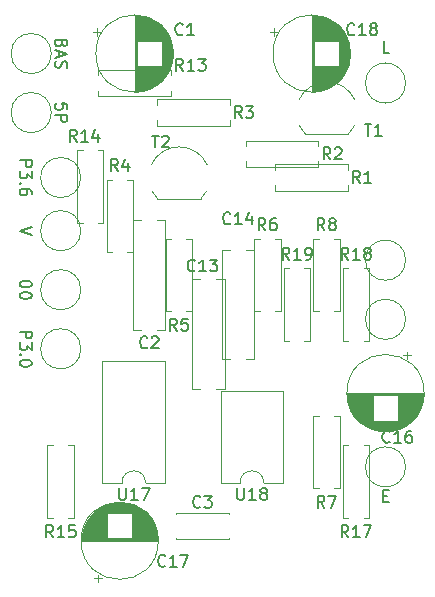
<source format=gbr>
%TF.GenerationSoftware,KiCad,Pcbnew,5.1.10*%
%TF.CreationDate,2021-12-12T21:50:47+01:00*%
%TF.ProjectId,Magnetbandinterface_4k-System,4d61676e-6574-4626-916e-64696e746572,rev?*%
%TF.SameCoordinates,Original*%
%TF.FileFunction,Legend,Top*%
%TF.FilePolarity,Positive*%
%FSLAX46Y46*%
G04 Gerber Fmt 4.6, Leading zero omitted, Abs format (unit mm)*
G04 Created by KiCad (PCBNEW 5.1.10) date 2021-12-12 21:50:47*
%MOMM*%
%LPD*%
G01*
G04 APERTURE LIST*
%ADD10C,0.150000*%
%ADD11C,0.120000*%
G04 APERTURE END LIST*
D10*
X101047619Y-124547619D02*
X102047619Y-124547619D01*
X102047619Y-124928571D01*
X102000000Y-125023809D01*
X101952380Y-125071428D01*
X101857142Y-125119047D01*
X101714285Y-125119047D01*
X101619047Y-125071428D01*
X101571428Y-125023809D01*
X101523809Y-124928571D01*
X101523809Y-124547619D01*
X102047619Y-125452380D02*
X102047619Y-126071428D01*
X101666666Y-125738095D01*
X101666666Y-125880952D01*
X101619047Y-125976190D01*
X101571428Y-126023809D01*
X101476190Y-126071428D01*
X101238095Y-126071428D01*
X101142857Y-126023809D01*
X101095238Y-125976190D01*
X101047619Y-125880952D01*
X101047619Y-125595238D01*
X101095238Y-125500000D01*
X101142857Y-125452380D01*
X101142857Y-126500000D02*
X101095238Y-126547619D01*
X101047619Y-126500000D01*
X101095238Y-126452380D01*
X101142857Y-126500000D01*
X101047619Y-126500000D01*
X102047619Y-127166666D02*
X102047619Y-127261904D01*
X102000000Y-127357142D01*
X101952380Y-127404761D01*
X101857142Y-127452380D01*
X101666666Y-127500000D01*
X101428571Y-127500000D01*
X101238095Y-127452380D01*
X101142857Y-127404761D01*
X101095238Y-127357142D01*
X101047619Y-127261904D01*
X101047619Y-127166666D01*
X101095238Y-127071428D01*
X101142857Y-127023809D01*
X101238095Y-126976190D01*
X101428571Y-126928571D01*
X101666666Y-126928571D01*
X101857142Y-126976190D01*
X101952380Y-127023809D01*
X102000000Y-127071428D01*
X102047619Y-127166666D01*
X102047619Y-120476190D02*
X102047619Y-120571428D01*
X102000000Y-120666666D01*
X101952380Y-120714285D01*
X101857142Y-120761904D01*
X101666666Y-120809523D01*
X101428571Y-120809523D01*
X101238095Y-120761904D01*
X101142857Y-120714285D01*
X101095238Y-120666666D01*
X101047619Y-120571428D01*
X101047619Y-120476190D01*
X101095238Y-120380952D01*
X101142857Y-120333333D01*
X101238095Y-120285714D01*
X101428571Y-120238095D01*
X101666666Y-120238095D01*
X101857142Y-120285714D01*
X101952380Y-120333333D01*
X102000000Y-120380952D01*
X102047619Y-120476190D01*
X102047619Y-121428571D02*
X102047619Y-121523809D01*
X102000000Y-121619047D01*
X101952380Y-121666666D01*
X101857142Y-121714285D01*
X101666666Y-121761904D01*
X101428571Y-121761904D01*
X101238095Y-121714285D01*
X101142857Y-121666666D01*
X101095238Y-121619047D01*
X101047619Y-121523809D01*
X101047619Y-121428571D01*
X101095238Y-121333333D01*
X101142857Y-121285714D01*
X101238095Y-121238095D01*
X101428571Y-121190476D01*
X101666666Y-121190476D01*
X101857142Y-121238095D01*
X101952380Y-121285714D01*
X102000000Y-121333333D01*
X102047619Y-121428571D01*
X102047619Y-115666666D02*
X101047619Y-116000000D01*
X102047619Y-116333333D01*
X101047619Y-110047619D02*
X102047619Y-110047619D01*
X102047619Y-110428571D01*
X102000000Y-110523809D01*
X101952380Y-110571428D01*
X101857142Y-110619047D01*
X101714285Y-110619047D01*
X101619047Y-110571428D01*
X101571428Y-110523809D01*
X101523809Y-110428571D01*
X101523809Y-110047619D01*
X102047619Y-110952380D02*
X102047619Y-111571428D01*
X101666666Y-111238095D01*
X101666666Y-111380952D01*
X101619047Y-111476190D01*
X101571428Y-111523809D01*
X101476190Y-111571428D01*
X101238095Y-111571428D01*
X101142857Y-111523809D01*
X101095238Y-111476190D01*
X101047619Y-111380952D01*
X101047619Y-111095238D01*
X101095238Y-111000000D01*
X101142857Y-110952380D01*
X101142857Y-112000000D02*
X101095238Y-112047619D01*
X101047619Y-112000000D01*
X101095238Y-111952380D01*
X101142857Y-112000000D01*
X101047619Y-112000000D01*
X102047619Y-112904761D02*
X102047619Y-112714285D01*
X102000000Y-112619047D01*
X101952380Y-112571428D01*
X101809523Y-112476190D01*
X101619047Y-112428571D01*
X101238095Y-112428571D01*
X101142857Y-112476190D01*
X101095238Y-112523809D01*
X101047619Y-112619047D01*
X101047619Y-112809523D01*
X101095238Y-112904761D01*
X101142857Y-112952380D01*
X101238095Y-113000000D01*
X101476190Y-113000000D01*
X101571428Y-112952380D01*
X101619047Y-112904761D01*
X101666666Y-112809523D01*
X101666666Y-112619047D01*
X101619047Y-112523809D01*
X101571428Y-112476190D01*
X101476190Y-112428571D01*
X105047619Y-105738095D02*
X105047619Y-105261904D01*
X104571428Y-105214285D01*
X104619047Y-105261904D01*
X104666666Y-105357142D01*
X104666666Y-105595238D01*
X104619047Y-105690476D01*
X104571428Y-105738095D01*
X104476190Y-105785714D01*
X104238095Y-105785714D01*
X104142857Y-105738095D01*
X104095238Y-105690476D01*
X104047619Y-105595238D01*
X104047619Y-105357142D01*
X104095238Y-105261904D01*
X104142857Y-105214285D01*
X104047619Y-106214285D02*
X105047619Y-106214285D01*
X105047619Y-106595238D01*
X105000000Y-106690476D01*
X104952380Y-106738095D01*
X104857142Y-106785714D01*
X104714285Y-106785714D01*
X104619047Y-106738095D01*
X104571428Y-106690476D01*
X104523809Y-106595238D01*
X104523809Y-106214285D01*
X104571428Y-100166666D02*
X104523809Y-100309523D01*
X104476190Y-100357142D01*
X104380952Y-100404761D01*
X104238095Y-100404761D01*
X104142857Y-100357142D01*
X104095238Y-100309523D01*
X104047619Y-100214285D01*
X104047619Y-99833333D01*
X105047619Y-99833333D01*
X105047619Y-100166666D01*
X105000000Y-100261904D01*
X104952380Y-100309523D01*
X104857142Y-100357142D01*
X104761904Y-100357142D01*
X104666666Y-100309523D01*
X104619047Y-100261904D01*
X104571428Y-100166666D01*
X104571428Y-99833333D01*
X104333333Y-100785714D02*
X104333333Y-101261904D01*
X104047619Y-100690476D02*
X105047619Y-101023809D01*
X104047619Y-101357142D01*
X104095238Y-101642857D02*
X104047619Y-101785714D01*
X104047619Y-102023809D01*
X104095238Y-102119047D01*
X104142857Y-102166666D01*
X104238095Y-102214285D01*
X104333333Y-102214285D01*
X104428571Y-102166666D01*
X104476190Y-102119047D01*
X104523809Y-102023809D01*
X104571428Y-101833333D01*
X104619047Y-101738095D01*
X104666666Y-101690476D01*
X104761904Y-101642857D01*
X104857142Y-101642857D01*
X104952380Y-101690476D01*
X105000000Y-101738095D01*
X105047619Y-101833333D01*
X105047619Y-102071428D01*
X105000000Y-102214285D01*
X131785714Y-138428571D02*
X132119047Y-138428571D01*
X132261904Y-138952380D02*
X131785714Y-138952380D01*
X131785714Y-137952380D01*
X132261904Y-137952380D01*
X132309523Y-100952380D02*
X131833333Y-100952380D01*
X131833333Y-99952380D01*
D11*
%TO.C,C14*%
X120165000Y-117630000D02*
X120870000Y-117630000D01*
X118130000Y-117630000D02*
X118835000Y-117630000D01*
X120165000Y-126870000D02*
X120870000Y-126870000D01*
X118130000Y-126870000D02*
X118835000Y-126870000D01*
X120870000Y-126870000D02*
X120870000Y-117630000D01*
X118130000Y-126870000D02*
X118130000Y-117630000D01*
%TO.C,C13*%
X116335000Y-129370000D02*
X115630000Y-129370000D01*
X118370000Y-129370000D02*
X117665000Y-129370000D01*
X116335000Y-120130000D02*
X115630000Y-120130000D01*
X118370000Y-120130000D02*
X117665000Y-120130000D01*
X115630000Y-120130000D02*
X115630000Y-129370000D01*
X118370000Y-120130000D02*
X118370000Y-129370000D01*
%TO.C,C2*%
X111335000Y-124370000D02*
X110630000Y-124370000D01*
X113370000Y-124370000D02*
X112665000Y-124370000D01*
X111335000Y-115130000D02*
X110630000Y-115130000D01*
X113370000Y-115130000D02*
X112665000Y-115130000D01*
X110630000Y-115130000D02*
X110630000Y-124370000D01*
X113370000Y-115130000D02*
X113370000Y-124370000D01*
%TO.C,TP10*%
X133700000Y-103500000D02*
G75*
G03*
X133700000Y-103500000I-1700000J0D01*
G01*
%TO.C,TP9*%
X103700000Y-106000000D02*
G75*
G03*
X103700000Y-106000000I-1700000J0D01*
G01*
%TO.C,TP8*%
X106200000Y-116000000D02*
G75*
G03*
X106200000Y-116000000I-1700000J0D01*
G01*
%TO.C,TP7*%
X103700000Y-101000000D02*
G75*
G03*
X103700000Y-101000000I-1700000J0D01*
G01*
%TO.C,TP6*%
X106200000Y-121000000D02*
G75*
G03*
X106200000Y-121000000I-1700000J0D01*
G01*
%TO.C,TP5*%
X106200000Y-126000000D02*
G75*
G03*
X106200000Y-126000000I-1700000J0D01*
G01*
%TO.C,TP4*%
X106200000Y-111500000D02*
G75*
G03*
X106200000Y-111500000I-1700000J0D01*
G01*
%TO.C,TP3*%
X133700000Y-118500000D02*
G75*
G03*
X133700000Y-118500000I-1700000J0D01*
G01*
%TO.C,TP2*%
X133700000Y-123500000D02*
G75*
G03*
X133700000Y-123500000I-1700000J0D01*
G01*
%TO.C,TP1*%
X133700000Y-136000000D02*
G75*
G03*
X133700000Y-136000000I-1700000J0D01*
G01*
%TO.C,R19*%
X125140000Y-119180000D02*
X125620000Y-119180000D01*
X125620000Y-119180000D02*
X125620000Y-125320000D01*
X125620000Y-125320000D02*
X125140000Y-125320000D01*
X123860000Y-119180000D02*
X123380000Y-119180000D01*
X123380000Y-119180000D02*
X123380000Y-125320000D01*
X123380000Y-125320000D02*
X123860000Y-125320000D01*
%TO.C,R18*%
X128860000Y-125320000D02*
X128380000Y-125320000D01*
X128380000Y-125320000D02*
X128380000Y-119180000D01*
X128380000Y-119180000D02*
X128860000Y-119180000D01*
X130140000Y-125320000D02*
X130620000Y-125320000D01*
X130620000Y-125320000D02*
X130620000Y-119180000D01*
X130620000Y-119180000D02*
X130140000Y-119180000D01*
%TO.C,R17*%
X128860000Y-140320000D02*
X128380000Y-140320000D01*
X128380000Y-140320000D02*
X128380000Y-134180000D01*
X128380000Y-134180000D02*
X128860000Y-134180000D01*
X130140000Y-140320000D02*
X130620000Y-140320000D01*
X130620000Y-140320000D02*
X130620000Y-134180000D01*
X130620000Y-134180000D02*
X130140000Y-134180000D01*
%TO.C,R15*%
X103860000Y-140320000D02*
X103380000Y-140320000D01*
X103380000Y-140320000D02*
X103380000Y-134180000D01*
X103380000Y-134180000D02*
X103860000Y-134180000D01*
X105140000Y-140320000D02*
X105620000Y-140320000D01*
X105620000Y-140320000D02*
X105620000Y-134180000D01*
X105620000Y-134180000D02*
X105140000Y-134180000D01*
%TO.C,R14*%
X106360000Y-115320000D02*
X105880000Y-115320000D01*
X105880000Y-115320000D02*
X105880000Y-109180000D01*
X105880000Y-109180000D02*
X106360000Y-109180000D01*
X107640000Y-115320000D02*
X108120000Y-115320000D01*
X108120000Y-115320000D02*
X108120000Y-109180000D01*
X108120000Y-109180000D02*
X107640000Y-109180000D01*
%TO.C,R13*%
X107680000Y-102860000D02*
X107680000Y-102380000D01*
X107680000Y-102380000D02*
X113820000Y-102380000D01*
X113820000Y-102380000D02*
X113820000Y-102860000D01*
X107680000Y-104140000D02*
X107680000Y-104620000D01*
X107680000Y-104620000D02*
X113820000Y-104620000D01*
X113820000Y-104620000D02*
X113820000Y-104140000D01*
%TO.C,R8*%
X126360000Y-122820000D02*
X125880000Y-122820000D01*
X125880000Y-122820000D02*
X125880000Y-116680000D01*
X125880000Y-116680000D02*
X126360000Y-116680000D01*
X127640000Y-122820000D02*
X128120000Y-122820000D01*
X128120000Y-122820000D02*
X128120000Y-116680000D01*
X128120000Y-116680000D02*
X127640000Y-116680000D01*
%TO.C,R7*%
X126360000Y-137820000D02*
X125880000Y-137820000D01*
X125880000Y-137820000D02*
X125880000Y-131680000D01*
X125880000Y-131680000D02*
X126360000Y-131680000D01*
X127640000Y-137820000D02*
X128120000Y-137820000D01*
X128120000Y-137820000D02*
X128120000Y-131680000D01*
X128120000Y-131680000D02*
X127640000Y-131680000D01*
%TO.C,R6*%
X121360000Y-122820000D02*
X120880000Y-122820000D01*
X120880000Y-122820000D02*
X120880000Y-116680000D01*
X120880000Y-116680000D02*
X121360000Y-116680000D01*
X122640000Y-122820000D02*
X123120000Y-122820000D01*
X123120000Y-122820000D02*
X123120000Y-116680000D01*
X123120000Y-116680000D02*
X122640000Y-116680000D01*
%TO.C,R5*%
X115140000Y-116680000D02*
X115620000Y-116680000D01*
X115620000Y-116680000D02*
X115620000Y-122820000D01*
X115620000Y-122820000D02*
X115140000Y-122820000D01*
X113860000Y-116680000D02*
X113380000Y-116680000D01*
X113380000Y-116680000D02*
X113380000Y-122820000D01*
X113380000Y-122820000D02*
X113860000Y-122820000D01*
%TO.C,R4*%
X110140000Y-111680000D02*
X110620000Y-111680000D01*
X110620000Y-111680000D02*
X110620000Y-117820000D01*
X110620000Y-117820000D02*
X110140000Y-117820000D01*
X108860000Y-111680000D02*
X108380000Y-111680000D01*
X108380000Y-111680000D02*
X108380000Y-117820000D01*
X108380000Y-117820000D02*
X108860000Y-117820000D01*
%TO.C,R3*%
X118820000Y-106640000D02*
X118820000Y-107120000D01*
X118820000Y-107120000D02*
X112680000Y-107120000D01*
X112680000Y-107120000D02*
X112680000Y-106640000D01*
X118820000Y-105360000D02*
X118820000Y-104880000D01*
X118820000Y-104880000D02*
X112680000Y-104880000D01*
X112680000Y-104880000D02*
X112680000Y-105360000D01*
%TO.C,R2*%
X126320000Y-110140000D02*
X126320000Y-110620000D01*
X126320000Y-110620000D02*
X120180000Y-110620000D01*
X120180000Y-110620000D02*
X120180000Y-110140000D01*
X126320000Y-108860000D02*
X126320000Y-108380000D01*
X126320000Y-108380000D02*
X120180000Y-108380000D01*
X120180000Y-108380000D02*
X120180000Y-108860000D01*
%TO.C,R1*%
X128820000Y-112140000D02*
X128820000Y-112620000D01*
X128820000Y-112620000D02*
X122680000Y-112620000D01*
X122680000Y-112620000D02*
X122680000Y-112140000D01*
X128820000Y-110860000D02*
X128820000Y-110380000D01*
X128820000Y-110380000D02*
X122680000Y-110380000D01*
X122680000Y-110380000D02*
X122680000Y-110860000D01*
%TO.C,T2*%
X112740000Y-113350000D02*
X116340000Y-113350000D01*
X116864184Y-112622795D02*
G75*
G02*
X116340000Y-113350000I-2324184J1122795D01*
G01*
X116896400Y-110401193D02*
G75*
G03*
X114540000Y-108900000I-2356400J-1098807D01*
G01*
X112183600Y-110401193D02*
G75*
G02*
X114540000Y-108900000I2356400J-1098807D01*
G01*
X112215816Y-112622795D02*
G75*
G03*
X112740000Y-113350000I2324184J1122795D01*
G01*
%TO.C,T1*%
X125240000Y-107850000D02*
X128840000Y-107850000D01*
X129364184Y-107122795D02*
G75*
G02*
X128840000Y-107850000I-2324184J1122795D01*
G01*
X129396400Y-104901193D02*
G75*
G03*
X127040000Y-103400000I-2356400J-1098807D01*
G01*
X124683600Y-104901193D02*
G75*
G02*
X127040000Y-103400000I2356400J-1098807D01*
G01*
X124715816Y-107122795D02*
G75*
G03*
X125240000Y-107850000I2324184J1122795D01*
G01*
%TO.C,U18*%
X118040000Y-137330000D02*
X119690000Y-137330000D01*
X118040000Y-129590000D02*
X118040000Y-137330000D01*
X123340000Y-129590000D02*
X118040000Y-129590000D01*
X123340000Y-137330000D02*
X123340000Y-129590000D01*
X121690000Y-137330000D02*
X123340000Y-137330000D01*
X119690000Y-137330000D02*
G75*
G02*
X121690000Y-137330000I1000000J0D01*
G01*
%TO.C,U17*%
X108040000Y-137330000D02*
X109690000Y-137330000D01*
X108040000Y-127050000D02*
X108040000Y-137330000D01*
X113340000Y-127050000D02*
X108040000Y-127050000D01*
X113340000Y-137330000D02*
X113340000Y-127050000D01*
X111690000Y-137330000D02*
X113340000Y-137330000D01*
X109690000Y-137330000D02*
G75*
G02*
X111690000Y-137330000I1000000J0D01*
G01*
%TO.C,C18*%
X122564759Y-98846000D02*
X122564759Y-99476000D01*
X122249759Y-99161000D02*
X122879759Y-99161000D01*
X128991000Y-100598000D02*
X128991000Y-101402000D01*
X128951000Y-100367000D02*
X128951000Y-101633000D01*
X128911000Y-100198000D02*
X128911000Y-101802000D01*
X128871000Y-100060000D02*
X128871000Y-101940000D01*
X128831000Y-99941000D02*
X128831000Y-102059000D01*
X128791000Y-99835000D02*
X128791000Y-102165000D01*
X128751000Y-99738000D02*
X128751000Y-102262000D01*
X128711000Y-99650000D02*
X128711000Y-102350000D01*
X128671000Y-99568000D02*
X128671000Y-102432000D01*
X128631000Y-99491000D02*
X128631000Y-102509000D01*
X128591000Y-99419000D02*
X128591000Y-102581000D01*
X128551000Y-99350000D02*
X128551000Y-102650000D01*
X128511000Y-99286000D02*
X128511000Y-102714000D01*
X128471000Y-99224000D02*
X128471000Y-102776000D01*
X128431000Y-99166000D02*
X128431000Y-102834000D01*
X128391000Y-99110000D02*
X128391000Y-102890000D01*
X128351000Y-99056000D02*
X128351000Y-102944000D01*
X128311000Y-99005000D02*
X128311000Y-102995000D01*
X128271000Y-98956000D02*
X128271000Y-103044000D01*
X128231000Y-98908000D02*
X128231000Y-103092000D01*
X128191000Y-98863000D02*
X128191000Y-103137000D01*
X128151000Y-98818000D02*
X128151000Y-103182000D01*
X128111000Y-98776000D02*
X128111000Y-103224000D01*
X128071000Y-98735000D02*
X128071000Y-103265000D01*
X128031000Y-102040000D02*
X128031000Y-103305000D01*
X128031000Y-98695000D02*
X128031000Y-99960000D01*
X127991000Y-102040000D02*
X127991000Y-103343000D01*
X127991000Y-98657000D02*
X127991000Y-99960000D01*
X127951000Y-102040000D02*
X127951000Y-103380000D01*
X127951000Y-98620000D02*
X127951000Y-99960000D01*
X127911000Y-102040000D02*
X127911000Y-103416000D01*
X127911000Y-98584000D02*
X127911000Y-99960000D01*
X127871000Y-102040000D02*
X127871000Y-103450000D01*
X127871000Y-98550000D02*
X127871000Y-99960000D01*
X127831000Y-102040000D02*
X127831000Y-103484000D01*
X127831000Y-98516000D02*
X127831000Y-99960000D01*
X127791000Y-102040000D02*
X127791000Y-103516000D01*
X127791000Y-98484000D02*
X127791000Y-99960000D01*
X127751000Y-102040000D02*
X127751000Y-103548000D01*
X127751000Y-98452000D02*
X127751000Y-99960000D01*
X127711000Y-102040000D02*
X127711000Y-103578000D01*
X127711000Y-98422000D02*
X127711000Y-99960000D01*
X127671000Y-102040000D02*
X127671000Y-103607000D01*
X127671000Y-98393000D02*
X127671000Y-99960000D01*
X127631000Y-102040000D02*
X127631000Y-103636000D01*
X127631000Y-98364000D02*
X127631000Y-99960000D01*
X127591000Y-102040000D02*
X127591000Y-103664000D01*
X127591000Y-98336000D02*
X127591000Y-99960000D01*
X127551000Y-102040000D02*
X127551000Y-103690000D01*
X127551000Y-98310000D02*
X127551000Y-99960000D01*
X127511000Y-102040000D02*
X127511000Y-103716000D01*
X127511000Y-98284000D02*
X127511000Y-99960000D01*
X127471000Y-102040000D02*
X127471000Y-103742000D01*
X127471000Y-98258000D02*
X127471000Y-99960000D01*
X127431000Y-102040000D02*
X127431000Y-103766000D01*
X127431000Y-98234000D02*
X127431000Y-99960000D01*
X127391000Y-102040000D02*
X127391000Y-103790000D01*
X127391000Y-98210000D02*
X127391000Y-99960000D01*
X127351000Y-102040000D02*
X127351000Y-103812000D01*
X127351000Y-98188000D02*
X127351000Y-99960000D01*
X127311000Y-102040000D02*
X127311000Y-103834000D01*
X127311000Y-98166000D02*
X127311000Y-99960000D01*
X127271000Y-102040000D02*
X127271000Y-103856000D01*
X127271000Y-98144000D02*
X127271000Y-99960000D01*
X127231000Y-102040000D02*
X127231000Y-103876000D01*
X127231000Y-98124000D02*
X127231000Y-99960000D01*
X127191000Y-102040000D02*
X127191000Y-103896000D01*
X127191000Y-98104000D02*
X127191000Y-99960000D01*
X127151000Y-102040000D02*
X127151000Y-103916000D01*
X127151000Y-98084000D02*
X127151000Y-99960000D01*
X127111000Y-102040000D02*
X127111000Y-103934000D01*
X127111000Y-98066000D02*
X127111000Y-99960000D01*
X127071000Y-102040000D02*
X127071000Y-103952000D01*
X127071000Y-98048000D02*
X127071000Y-99960000D01*
X127031000Y-102040000D02*
X127031000Y-103970000D01*
X127031000Y-98030000D02*
X127031000Y-99960000D01*
X126991000Y-102040000D02*
X126991000Y-103986000D01*
X126991000Y-98014000D02*
X126991000Y-99960000D01*
X126951000Y-102040000D02*
X126951000Y-104002000D01*
X126951000Y-97998000D02*
X126951000Y-99960000D01*
X126911000Y-102040000D02*
X126911000Y-104018000D01*
X126911000Y-97982000D02*
X126911000Y-99960000D01*
X126871000Y-102040000D02*
X126871000Y-104033000D01*
X126871000Y-97967000D02*
X126871000Y-99960000D01*
X126831000Y-102040000D02*
X126831000Y-104047000D01*
X126831000Y-97953000D02*
X126831000Y-99960000D01*
X126791000Y-102040000D02*
X126791000Y-104061000D01*
X126791000Y-97939000D02*
X126791000Y-99960000D01*
X126751000Y-102040000D02*
X126751000Y-104074000D01*
X126751000Y-97926000D02*
X126751000Y-99960000D01*
X126711000Y-102040000D02*
X126711000Y-104086000D01*
X126711000Y-97914000D02*
X126711000Y-99960000D01*
X126671000Y-102040000D02*
X126671000Y-104098000D01*
X126671000Y-97902000D02*
X126671000Y-99960000D01*
X126631000Y-102040000D02*
X126631000Y-104110000D01*
X126631000Y-97890000D02*
X126631000Y-99960000D01*
X126591000Y-102040000D02*
X126591000Y-104121000D01*
X126591000Y-97879000D02*
X126591000Y-99960000D01*
X126551000Y-102040000D02*
X126551000Y-104131000D01*
X126551000Y-97869000D02*
X126551000Y-99960000D01*
X126511000Y-102040000D02*
X126511000Y-104141000D01*
X126511000Y-97859000D02*
X126511000Y-99960000D01*
X126471000Y-102040000D02*
X126471000Y-104150000D01*
X126471000Y-97850000D02*
X126471000Y-99960000D01*
X126430000Y-102040000D02*
X126430000Y-104159000D01*
X126430000Y-97841000D02*
X126430000Y-99960000D01*
X126390000Y-102040000D02*
X126390000Y-104167000D01*
X126390000Y-97833000D02*
X126390000Y-99960000D01*
X126350000Y-102040000D02*
X126350000Y-104175000D01*
X126350000Y-97825000D02*
X126350000Y-99960000D01*
X126310000Y-102040000D02*
X126310000Y-104182000D01*
X126310000Y-97818000D02*
X126310000Y-99960000D01*
X126270000Y-102040000D02*
X126270000Y-104189000D01*
X126270000Y-97811000D02*
X126270000Y-99960000D01*
X126230000Y-102040000D02*
X126230000Y-104195000D01*
X126230000Y-97805000D02*
X126230000Y-99960000D01*
X126190000Y-102040000D02*
X126190000Y-104201000D01*
X126190000Y-97799000D02*
X126190000Y-99960000D01*
X126150000Y-102040000D02*
X126150000Y-104206000D01*
X126150000Y-97794000D02*
X126150000Y-99960000D01*
X126110000Y-102040000D02*
X126110000Y-104211000D01*
X126110000Y-97789000D02*
X126110000Y-99960000D01*
X126070000Y-102040000D02*
X126070000Y-104215000D01*
X126070000Y-97785000D02*
X126070000Y-99960000D01*
X126030000Y-102040000D02*
X126030000Y-104218000D01*
X126030000Y-97782000D02*
X126030000Y-99960000D01*
X125990000Y-102040000D02*
X125990000Y-104222000D01*
X125990000Y-97778000D02*
X125990000Y-99960000D01*
X125950000Y-97776000D02*
X125950000Y-104224000D01*
X125910000Y-97773000D02*
X125910000Y-104227000D01*
X125870000Y-97772000D02*
X125870000Y-104228000D01*
X125830000Y-97770000D02*
X125830000Y-104230000D01*
X125790000Y-97770000D02*
X125790000Y-104230000D01*
X125750000Y-97770000D02*
X125750000Y-104230000D01*
X129020000Y-101000000D02*
G75*
G03*
X129020000Y-101000000I-3270000J0D01*
G01*
%TO.C,C17*%
X107346000Y-145435241D02*
X107976000Y-145435241D01*
X107661000Y-145750241D02*
X107661000Y-145120241D01*
X109098000Y-139009000D02*
X109902000Y-139009000D01*
X108867000Y-139049000D02*
X110133000Y-139049000D01*
X108698000Y-139089000D02*
X110302000Y-139089000D01*
X108560000Y-139129000D02*
X110440000Y-139129000D01*
X108441000Y-139169000D02*
X110559000Y-139169000D01*
X108335000Y-139209000D02*
X110665000Y-139209000D01*
X108238000Y-139249000D02*
X110762000Y-139249000D01*
X108150000Y-139289000D02*
X110850000Y-139289000D01*
X108068000Y-139329000D02*
X110932000Y-139329000D01*
X107991000Y-139369000D02*
X111009000Y-139369000D01*
X107919000Y-139409000D02*
X111081000Y-139409000D01*
X107850000Y-139449000D02*
X111150000Y-139449000D01*
X107786000Y-139489000D02*
X111214000Y-139489000D01*
X107724000Y-139529000D02*
X111276000Y-139529000D01*
X107666000Y-139569000D02*
X111334000Y-139569000D01*
X107610000Y-139609000D02*
X111390000Y-139609000D01*
X107556000Y-139649000D02*
X111444000Y-139649000D01*
X107505000Y-139689000D02*
X111495000Y-139689000D01*
X107456000Y-139729000D02*
X111544000Y-139729000D01*
X107408000Y-139769000D02*
X111592000Y-139769000D01*
X107363000Y-139809000D02*
X111637000Y-139809000D01*
X107318000Y-139849000D02*
X111682000Y-139849000D01*
X107276000Y-139889000D02*
X111724000Y-139889000D01*
X107235000Y-139929000D02*
X111765000Y-139929000D01*
X110540000Y-139969000D02*
X111805000Y-139969000D01*
X107195000Y-139969000D02*
X108460000Y-139969000D01*
X110540000Y-140009000D02*
X111843000Y-140009000D01*
X107157000Y-140009000D02*
X108460000Y-140009000D01*
X110540000Y-140049000D02*
X111880000Y-140049000D01*
X107120000Y-140049000D02*
X108460000Y-140049000D01*
X110540000Y-140089000D02*
X111916000Y-140089000D01*
X107084000Y-140089000D02*
X108460000Y-140089000D01*
X110540000Y-140129000D02*
X111950000Y-140129000D01*
X107050000Y-140129000D02*
X108460000Y-140129000D01*
X110540000Y-140169000D02*
X111984000Y-140169000D01*
X107016000Y-140169000D02*
X108460000Y-140169000D01*
X110540000Y-140209000D02*
X112016000Y-140209000D01*
X106984000Y-140209000D02*
X108460000Y-140209000D01*
X110540000Y-140249000D02*
X112048000Y-140249000D01*
X106952000Y-140249000D02*
X108460000Y-140249000D01*
X110540000Y-140289000D02*
X112078000Y-140289000D01*
X106922000Y-140289000D02*
X108460000Y-140289000D01*
X110540000Y-140329000D02*
X112107000Y-140329000D01*
X106893000Y-140329000D02*
X108460000Y-140329000D01*
X110540000Y-140369000D02*
X112136000Y-140369000D01*
X106864000Y-140369000D02*
X108460000Y-140369000D01*
X110540000Y-140409000D02*
X112164000Y-140409000D01*
X106836000Y-140409000D02*
X108460000Y-140409000D01*
X110540000Y-140449000D02*
X112190000Y-140449000D01*
X106810000Y-140449000D02*
X108460000Y-140449000D01*
X110540000Y-140489000D02*
X112216000Y-140489000D01*
X106784000Y-140489000D02*
X108460000Y-140489000D01*
X110540000Y-140529000D02*
X112242000Y-140529000D01*
X106758000Y-140529000D02*
X108460000Y-140529000D01*
X110540000Y-140569000D02*
X112266000Y-140569000D01*
X106734000Y-140569000D02*
X108460000Y-140569000D01*
X110540000Y-140609000D02*
X112290000Y-140609000D01*
X106710000Y-140609000D02*
X108460000Y-140609000D01*
X110540000Y-140649000D02*
X112312000Y-140649000D01*
X106688000Y-140649000D02*
X108460000Y-140649000D01*
X110540000Y-140689000D02*
X112334000Y-140689000D01*
X106666000Y-140689000D02*
X108460000Y-140689000D01*
X110540000Y-140729000D02*
X112356000Y-140729000D01*
X106644000Y-140729000D02*
X108460000Y-140729000D01*
X110540000Y-140769000D02*
X112376000Y-140769000D01*
X106624000Y-140769000D02*
X108460000Y-140769000D01*
X110540000Y-140809000D02*
X112396000Y-140809000D01*
X106604000Y-140809000D02*
X108460000Y-140809000D01*
X110540000Y-140849000D02*
X112416000Y-140849000D01*
X106584000Y-140849000D02*
X108460000Y-140849000D01*
X110540000Y-140889000D02*
X112434000Y-140889000D01*
X106566000Y-140889000D02*
X108460000Y-140889000D01*
X110540000Y-140929000D02*
X112452000Y-140929000D01*
X106548000Y-140929000D02*
X108460000Y-140929000D01*
X110540000Y-140969000D02*
X112470000Y-140969000D01*
X106530000Y-140969000D02*
X108460000Y-140969000D01*
X110540000Y-141009000D02*
X112486000Y-141009000D01*
X106514000Y-141009000D02*
X108460000Y-141009000D01*
X110540000Y-141049000D02*
X112502000Y-141049000D01*
X106498000Y-141049000D02*
X108460000Y-141049000D01*
X110540000Y-141089000D02*
X112518000Y-141089000D01*
X106482000Y-141089000D02*
X108460000Y-141089000D01*
X110540000Y-141129000D02*
X112533000Y-141129000D01*
X106467000Y-141129000D02*
X108460000Y-141129000D01*
X110540000Y-141169000D02*
X112547000Y-141169000D01*
X106453000Y-141169000D02*
X108460000Y-141169000D01*
X110540000Y-141209000D02*
X112561000Y-141209000D01*
X106439000Y-141209000D02*
X108460000Y-141209000D01*
X110540000Y-141249000D02*
X112574000Y-141249000D01*
X106426000Y-141249000D02*
X108460000Y-141249000D01*
X110540000Y-141289000D02*
X112586000Y-141289000D01*
X106414000Y-141289000D02*
X108460000Y-141289000D01*
X110540000Y-141329000D02*
X112598000Y-141329000D01*
X106402000Y-141329000D02*
X108460000Y-141329000D01*
X110540000Y-141369000D02*
X112610000Y-141369000D01*
X106390000Y-141369000D02*
X108460000Y-141369000D01*
X110540000Y-141409000D02*
X112621000Y-141409000D01*
X106379000Y-141409000D02*
X108460000Y-141409000D01*
X110540000Y-141449000D02*
X112631000Y-141449000D01*
X106369000Y-141449000D02*
X108460000Y-141449000D01*
X110540000Y-141489000D02*
X112641000Y-141489000D01*
X106359000Y-141489000D02*
X108460000Y-141489000D01*
X110540000Y-141529000D02*
X112650000Y-141529000D01*
X106350000Y-141529000D02*
X108460000Y-141529000D01*
X110540000Y-141570000D02*
X112659000Y-141570000D01*
X106341000Y-141570000D02*
X108460000Y-141570000D01*
X110540000Y-141610000D02*
X112667000Y-141610000D01*
X106333000Y-141610000D02*
X108460000Y-141610000D01*
X110540000Y-141650000D02*
X112675000Y-141650000D01*
X106325000Y-141650000D02*
X108460000Y-141650000D01*
X110540000Y-141690000D02*
X112682000Y-141690000D01*
X106318000Y-141690000D02*
X108460000Y-141690000D01*
X110540000Y-141730000D02*
X112689000Y-141730000D01*
X106311000Y-141730000D02*
X108460000Y-141730000D01*
X110540000Y-141770000D02*
X112695000Y-141770000D01*
X106305000Y-141770000D02*
X108460000Y-141770000D01*
X110540000Y-141810000D02*
X112701000Y-141810000D01*
X106299000Y-141810000D02*
X108460000Y-141810000D01*
X110540000Y-141850000D02*
X112706000Y-141850000D01*
X106294000Y-141850000D02*
X108460000Y-141850000D01*
X110540000Y-141890000D02*
X112711000Y-141890000D01*
X106289000Y-141890000D02*
X108460000Y-141890000D01*
X110540000Y-141930000D02*
X112715000Y-141930000D01*
X106285000Y-141930000D02*
X108460000Y-141930000D01*
X110540000Y-141970000D02*
X112718000Y-141970000D01*
X106282000Y-141970000D02*
X108460000Y-141970000D01*
X110540000Y-142010000D02*
X112722000Y-142010000D01*
X106278000Y-142010000D02*
X108460000Y-142010000D01*
X106276000Y-142050000D02*
X112724000Y-142050000D01*
X106273000Y-142090000D02*
X112727000Y-142090000D01*
X106272000Y-142130000D02*
X112728000Y-142130000D01*
X106270000Y-142170000D02*
X112730000Y-142170000D01*
X106270000Y-142210000D02*
X112730000Y-142210000D01*
X106270000Y-142250000D02*
X112730000Y-142250000D01*
X112770000Y-142250000D02*
G75*
G03*
X112770000Y-142250000I-3270000J0D01*
G01*
%TO.C,C16*%
X134154000Y-126564759D02*
X133524000Y-126564759D01*
X133839000Y-126249759D02*
X133839000Y-126879759D01*
X132402000Y-132991000D02*
X131598000Y-132991000D01*
X132633000Y-132951000D02*
X131367000Y-132951000D01*
X132802000Y-132911000D02*
X131198000Y-132911000D01*
X132940000Y-132871000D02*
X131060000Y-132871000D01*
X133059000Y-132831000D02*
X130941000Y-132831000D01*
X133165000Y-132791000D02*
X130835000Y-132791000D01*
X133262000Y-132751000D02*
X130738000Y-132751000D01*
X133350000Y-132711000D02*
X130650000Y-132711000D01*
X133432000Y-132671000D02*
X130568000Y-132671000D01*
X133509000Y-132631000D02*
X130491000Y-132631000D01*
X133581000Y-132591000D02*
X130419000Y-132591000D01*
X133650000Y-132551000D02*
X130350000Y-132551000D01*
X133714000Y-132511000D02*
X130286000Y-132511000D01*
X133776000Y-132471000D02*
X130224000Y-132471000D01*
X133834000Y-132431000D02*
X130166000Y-132431000D01*
X133890000Y-132391000D02*
X130110000Y-132391000D01*
X133944000Y-132351000D02*
X130056000Y-132351000D01*
X133995000Y-132311000D02*
X130005000Y-132311000D01*
X134044000Y-132271000D02*
X129956000Y-132271000D01*
X134092000Y-132231000D02*
X129908000Y-132231000D01*
X134137000Y-132191000D02*
X129863000Y-132191000D01*
X134182000Y-132151000D02*
X129818000Y-132151000D01*
X134224000Y-132111000D02*
X129776000Y-132111000D01*
X134265000Y-132071000D02*
X129735000Y-132071000D01*
X130960000Y-132031000D02*
X129695000Y-132031000D01*
X134305000Y-132031000D02*
X133040000Y-132031000D01*
X130960000Y-131991000D02*
X129657000Y-131991000D01*
X134343000Y-131991000D02*
X133040000Y-131991000D01*
X130960000Y-131951000D02*
X129620000Y-131951000D01*
X134380000Y-131951000D02*
X133040000Y-131951000D01*
X130960000Y-131911000D02*
X129584000Y-131911000D01*
X134416000Y-131911000D02*
X133040000Y-131911000D01*
X130960000Y-131871000D02*
X129550000Y-131871000D01*
X134450000Y-131871000D02*
X133040000Y-131871000D01*
X130960000Y-131831000D02*
X129516000Y-131831000D01*
X134484000Y-131831000D02*
X133040000Y-131831000D01*
X130960000Y-131791000D02*
X129484000Y-131791000D01*
X134516000Y-131791000D02*
X133040000Y-131791000D01*
X130960000Y-131751000D02*
X129452000Y-131751000D01*
X134548000Y-131751000D02*
X133040000Y-131751000D01*
X130960000Y-131711000D02*
X129422000Y-131711000D01*
X134578000Y-131711000D02*
X133040000Y-131711000D01*
X130960000Y-131671000D02*
X129393000Y-131671000D01*
X134607000Y-131671000D02*
X133040000Y-131671000D01*
X130960000Y-131631000D02*
X129364000Y-131631000D01*
X134636000Y-131631000D02*
X133040000Y-131631000D01*
X130960000Y-131591000D02*
X129336000Y-131591000D01*
X134664000Y-131591000D02*
X133040000Y-131591000D01*
X130960000Y-131551000D02*
X129310000Y-131551000D01*
X134690000Y-131551000D02*
X133040000Y-131551000D01*
X130960000Y-131511000D02*
X129284000Y-131511000D01*
X134716000Y-131511000D02*
X133040000Y-131511000D01*
X130960000Y-131471000D02*
X129258000Y-131471000D01*
X134742000Y-131471000D02*
X133040000Y-131471000D01*
X130960000Y-131431000D02*
X129234000Y-131431000D01*
X134766000Y-131431000D02*
X133040000Y-131431000D01*
X130960000Y-131391000D02*
X129210000Y-131391000D01*
X134790000Y-131391000D02*
X133040000Y-131391000D01*
X130960000Y-131351000D02*
X129188000Y-131351000D01*
X134812000Y-131351000D02*
X133040000Y-131351000D01*
X130960000Y-131311000D02*
X129166000Y-131311000D01*
X134834000Y-131311000D02*
X133040000Y-131311000D01*
X130960000Y-131271000D02*
X129144000Y-131271000D01*
X134856000Y-131271000D02*
X133040000Y-131271000D01*
X130960000Y-131231000D02*
X129124000Y-131231000D01*
X134876000Y-131231000D02*
X133040000Y-131231000D01*
X130960000Y-131191000D02*
X129104000Y-131191000D01*
X134896000Y-131191000D02*
X133040000Y-131191000D01*
X130960000Y-131151000D02*
X129084000Y-131151000D01*
X134916000Y-131151000D02*
X133040000Y-131151000D01*
X130960000Y-131111000D02*
X129066000Y-131111000D01*
X134934000Y-131111000D02*
X133040000Y-131111000D01*
X130960000Y-131071000D02*
X129048000Y-131071000D01*
X134952000Y-131071000D02*
X133040000Y-131071000D01*
X130960000Y-131031000D02*
X129030000Y-131031000D01*
X134970000Y-131031000D02*
X133040000Y-131031000D01*
X130960000Y-130991000D02*
X129014000Y-130991000D01*
X134986000Y-130991000D02*
X133040000Y-130991000D01*
X130960000Y-130951000D02*
X128998000Y-130951000D01*
X135002000Y-130951000D02*
X133040000Y-130951000D01*
X130960000Y-130911000D02*
X128982000Y-130911000D01*
X135018000Y-130911000D02*
X133040000Y-130911000D01*
X130960000Y-130871000D02*
X128967000Y-130871000D01*
X135033000Y-130871000D02*
X133040000Y-130871000D01*
X130960000Y-130831000D02*
X128953000Y-130831000D01*
X135047000Y-130831000D02*
X133040000Y-130831000D01*
X130960000Y-130791000D02*
X128939000Y-130791000D01*
X135061000Y-130791000D02*
X133040000Y-130791000D01*
X130960000Y-130751000D02*
X128926000Y-130751000D01*
X135074000Y-130751000D02*
X133040000Y-130751000D01*
X130960000Y-130711000D02*
X128914000Y-130711000D01*
X135086000Y-130711000D02*
X133040000Y-130711000D01*
X130960000Y-130671000D02*
X128902000Y-130671000D01*
X135098000Y-130671000D02*
X133040000Y-130671000D01*
X130960000Y-130631000D02*
X128890000Y-130631000D01*
X135110000Y-130631000D02*
X133040000Y-130631000D01*
X130960000Y-130591000D02*
X128879000Y-130591000D01*
X135121000Y-130591000D02*
X133040000Y-130591000D01*
X130960000Y-130551000D02*
X128869000Y-130551000D01*
X135131000Y-130551000D02*
X133040000Y-130551000D01*
X130960000Y-130511000D02*
X128859000Y-130511000D01*
X135141000Y-130511000D02*
X133040000Y-130511000D01*
X130960000Y-130471000D02*
X128850000Y-130471000D01*
X135150000Y-130471000D02*
X133040000Y-130471000D01*
X130960000Y-130430000D02*
X128841000Y-130430000D01*
X135159000Y-130430000D02*
X133040000Y-130430000D01*
X130960000Y-130390000D02*
X128833000Y-130390000D01*
X135167000Y-130390000D02*
X133040000Y-130390000D01*
X130960000Y-130350000D02*
X128825000Y-130350000D01*
X135175000Y-130350000D02*
X133040000Y-130350000D01*
X130960000Y-130310000D02*
X128818000Y-130310000D01*
X135182000Y-130310000D02*
X133040000Y-130310000D01*
X130960000Y-130270000D02*
X128811000Y-130270000D01*
X135189000Y-130270000D02*
X133040000Y-130270000D01*
X130960000Y-130230000D02*
X128805000Y-130230000D01*
X135195000Y-130230000D02*
X133040000Y-130230000D01*
X130960000Y-130190000D02*
X128799000Y-130190000D01*
X135201000Y-130190000D02*
X133040000Y-130190000D01*
X130960000Y-130150000D02*
X128794000Y-130150000D01*
X135206000Y-130150000D02*
X133040000Y-130150000D01*
X130960000Y-130110000D02*
X128789000Y-130110000D01*
X135211000Y-130110000D02*
X133040000Y-130110000D01*
X130960000Y-130070000D02*
X128785000Y-130070000D01*
X135215000Y-130070000D02*
X133040000Y-130070000D01*
X130960000Y-130030000D02*
X128782000Y-130030000D01*
X135218000Y-130030000D02*
X133040000Y-130030000D01*
X130960000Y-129990000D02*
X128778000Y-129990000D01*
X135222000Y-129990000D02*
X133040000Y-129990000D01*
X135224000Y-129950000D02*
X128776000Y-129950000D01*
X135227000Y-129910000D02*
X128773000Y-129910000D01*
X135228000Y-129870000D02*
X128772000Y-129870000D01*
X135230000Y-129830000D02*
X128770000Y-129830000D01*
X135230000Y-129790000D02*
X128770000Y-129790000D01*
X135230000Y-129750000D02*
X128770000Y-129750000D01*
X135270000Y-129750000D02*
G75*
G03*
X135270000Y-129750000I-3270000J0D01*
G01*
%TO.C,C3*%
X114230000Y-139945000D02*
X114230000Y-139930000D01*
X114230000Y-142070000D02*
X114230000Y-142055000D01*
X118770000Y-139945000D02*
X118770000Y-139930000D01*
X118770000Y-142070000D02*
X118770000Y-142055000D01*
X118770000Y-139930000D02*
X114230000Y-139930000D01*
X118770000Y-142070000D02*
X114230000Y-142070000D01*
%TO.C,C1*%
X107564759Y-98846000D02*
X107564759Y-99476000D01*
X107249759Y-99161000D02*
X107879759Y-99161000D01*
X113991000Y-100598000D02*
X113991000Y-101402000D01*
X113951000Y-100367000D02*
X113951000Y-101633000D01*
X113911000Y-100198000D02*
X113911000Y-101802000D01*
X113871000Y-100060000D02*
X113871000Y-101940000D01*
X113831000Y-99941000D02*
X113831000Y-102059000D01*
X113791000Y-99835000D02*
X113791000Y-102165000D01*
X113751000Y-99738000D02*
X113751000Y-102262000D01*
X113711000Y-99650000D02*
X113711000Y-102350000D01*
X113671000Y-99568000D02*
X113671000Y-102432000D01*
X113631000Y-99491000D02*
X113631000Y-102509000D01*
X113591000Y-99419000D02*
X113591000Y-102581000D01*
X113551000Y-99350000D02*
X113551000Y-102650000D01*
X113511000Y-99286000D02*
X113511000Y-102714000D01*
X113471000Y-99224000D02*
X113471000Y-102776000D01*
X113431000Y-99166000D02*
X113431000Y-102834000D01*
X113391000Y-99110000D02*
X113391000Y-102890000D01*
X113351000Y-99056000D02*
X113351000Y-102944000D01*
X113311000Y-99005000D02*
X113311000Y-102995000D01*
X113271000Y-98956000D02*
X113271000Y-103044000D01*
X113231000Y-98908000D02*
X113231000Y-103092000D01*
X113191000Y-98863000D02*
X113191000Y-103137000D01*
X113151000Y-98818000D02*
X113151000Y-103182000D01*
X113111000Y-98776000D02*
X113111000Y-103224000D01*
X113071000Y-98735000D02*
X113071000Y-103265000D01*
X113031000Y-102040000D02*
X113031000Y-103305000D01*
X113031000Y-98695000D02*
X113031000Y-99960000D01*
X112991000Y-102040000D02*
X112991000Y-103343000D01*
X112991000Y-98657000D02*
X112991000Y-99960000D01*
X112951000Y-102040000D02*
X112951000Y-103380000D01*
X112951000Y-98620000D02*
X112951000Y-99960000D01*
X112911000Y-102040000D02*
X112911000Y-103416000D01*
X112911000Y-98584000D02*
X112911000Y-99960000D01*
X112871000Y-102040000D02*
X112871000Y-103450000D01*
X112871000Y-98550000D02*
X112871000Y-99960000D01*
X112831000Y-102040000D02*
X112831000Y-103484000D01*
X112831000Y-98516000D02*
X112831000Y-99960000D01*
X112791000Y-102040000D02*
X112791000Y-103516000D01*
X112791000Y-98484000D02*
X112791000Y-99960000D01*
X112751000Y-102040000D02*
X112751000Y-103548000D01*
X112751000Y-98452000D02*
X112751000Y-99960000D01*
X112711000Y-102040000D02*
X112711000Y-103578000D01*
X112711000Y-98422000D02*
X112711000Y-99960000D01*
X112671000Y-102040000D02*
X112671000Y-103607000D01*
X112671000Y-98393000D02*
X112671000Y-99960000D01*
X112631000Y-102040000D02*
X112631000Y-103636000D01*
X112631000Y-98364000D02*
X112631000Y-99960000D01*
X112591000Y-102040000D02*
X112591000Y-103664000D01*
X112591000Y-98336000D02*
X112591000Y-99960000D01*
X112551000Y-102040000D02*
X112551000Y-103690000D01*
X112551000Y-98310000D02*
X112551000Y-99960000D01*
X112511000Y-102040000D02*
X112511000Y-103716000D01*
X112511000Y-98284000D02*
X112511000Y-99960000D01*
X112471000Y-102040000D02*
X112471000Y-103742000D01*
X112471000Y-98258000D02*
X112471000Y-99960000D01*
X112431000Y-102040000D02*
X112431000Y-103766000D01*
X112431000Y-98234000D02*
X112431000Y-99960000D01*
X112391000Y-102040000D02*
X112391000Y-103790000D01*
X112391000Y-98210000D02*
X112391000Y-99960000D01*
X112351000Y-102040000D02*
X112351000Y-103812000D01*
X112351000Y-98188000D02*
X112351000Y-99960000D01*
X112311000Y-102040000D02*
X112311000Y-103834000D01*
X112311000Y-98166000D02*
X112311000Y-99960000D01*
X112271000Y-102040000D02*
X112271000Y-103856000D01*
X112271000Y-98144000D02*
X112271000Y-99960000D01*
X112231000Y-102040000D02*
X112231000Y-103876000D01*
X112231000Y-98124000D02*
X112231000Y-99960000D01*
X112191000Y-102040000D02*
X112191000Y-103896000D01*
X112191000Y-98104000D02*
X112191000Y-99960000D01*
X112151000Y-102040000D02*
X112151000Y-103916000D01*
X112151000Y-98084000D02*
X112151000Y-99960000D01*
X112111000Y-102040000D02*
X112111000Y-103934000D01*
X112111000Y-98066000D02*
X112111000Y-99960000D01*
X112071000Y-102040000D02*
X112071000Y-103952000D01*
X112071000Y-98048000D02*
X112071000Y-99960000D01*
X112031000Y-102040000D02*
X112031000Y-103970000D01*
X112031000Y-98030000D02*
X112031000Y-99960000D01*
X111991000Y-102040000D02*
X111991000Y-103986000D01*
X111991000Y-98014000D02*
X111991000Y-99960000D01*
X111951000Y-102040000D02*
X111951000Y-104002000D01*
X111951000Y-97998000D02*
X111951000Y-99960000D01*
X111911000Y-102040000D02*
X111911000Y-104018000D01*
X111911000Y-97982000D02*
X111911000Y-99960000D01*
X111871000Y-102040000D02*
X111871000Y-104033000D01*
X111871000Y-97967000D02*
X111871000Y-99960000D01*
X111831000Y-102040000D02*
X111831000Y-104047000D01*
X111831000Y-97953000D02*
X111831000Y-99960000D01*
X111791000Y-102040000D02*
X111791000Y-104061000D01*
X111791000Y-97939000D02*
X111791000Y-99960000D01*
X111751000Y-102040000D02*
X111751000Y-104074000D01*
X111751000Y-97926000D02*
X111751000Y-99960000D01*
X111711000Y-102040000D02*
X111711000Y-104086000D01*
X111711000Y-97914000D02*
X111711000Y-99960000D01*
X111671000Y-102040000D02*
X111671000Y-104098000D01*
X111671000Y-97902000D02*
X111671000Y-99960000D01*
X111631000Y-102040000D02*
X111631000Y-104110000D01*
X111631000Y-97890000D02*
X111631000Y-99960000D01*
X111591000Y-102040000D02*
X111591000Y-104121000D01*
X111591000Y-97879000D02*
X111591000Y-99960000D01*
X111551000Y-102040000D02*
X111551000Y-104131000D01*
X111551000Y-97869000D02*
X111551000Y-99960000D01*
X111511000Y-102040000D02*
X111511000Y-104141000D01*
X111511000Y-97859000D02*
X111511000Y-99960000D01*
X111471000Y-102040000D02*
X111471000Y-104150000D01*
X111471000Y-97850000D02*
X111471000Y-99960000D01*
X111430000Y-102040000D02*
X111430000Y-104159000D01*
X111430000Y-97841000D02*
X111430000Y-99960000D01*
X111390000Y-102040000D02*
X111390000Y-104167000D01*
X111390000Y-97833000D02*
X111390000Y-99960000D01*
X111350000Y-102040000D02*
X111350000Y-104175000D01*
X111350000Y-97825000D02*
X111350000Y-99960000D01*
X111310000Y-102040000D02*
X111310000Y-104182000D01*
X111310000Y-97818000D02*
X111310000Y-99960000D01*
X111270000Y-102040000D02*
X111270000Y-104189000D01*
X111270000Y-97811000D02*
X111270000Y-99960000D01*
X111230000Y-102040000D02*
X111230000Y-104195000D01*
X111230000Y-97805000D02*
X111230000Y-99960000D01*
X111190000Y-102040000D02*
X111190000Y-104201000D01*
X111190000Y-97799000D02*
X111190000Y-99960000D01*
X111150000Y-102040000D02*
X111150000Y-104206000D01*
X111150000Y-97794000D02*
X111150000Y-99960000D01*
X111110000Y-102040000D02*
X111110000Y-104211000D01*
X111110000Y-97789000D02*
X111110000Y-99960000D01*
X111070000Y-102040000D02*
X111070000Y-104215000D01*
X111070000Y-97785000D02*
X111070000Y-99960000D01*
X111030000Y-102040000D02*
X111030000Y-104218000D01*
X111030000Y-97782000D02*
X111030000Y-99960000D01*
X110990000Y-102040000D02*
X110990000Y-104222000D01*
X110990000Y-97778000D02*
X110990000Y-99960000D01*
X110950000Y-97776000D02*
X110950000Y-104224000D01*
X110910000Y-97773000D02*
X110910000Y-104227000D01*
X110870000Y-97772000D02*
X110870000Y-104228000D01*
X110830000Y-97770000D02*
X110830000Y-104230000D01*
X110790000Y-97770000D02*
X110790000Y-104230000D01*
X110750000Y-97770000D02*
X110750000Y-104230000D01*
X114020000Y-101000000D02*
G75*
G03*
X114020000Y-101000000I-3270000J0D01*
G01*
%TO.C,C14*%
D10*
X118857142Y-115357142D02*
X118809523Y-115404761D01*
X118666666Y-115452380D01*
X118571428Y-115452380D01*
X118428571Y-115404761D01*
X118333333Y-115309523D01*
X118285714Y-115214285D01*
X118238095Y-115023809D01*
X118238095Y-114880952D01*
X118285714Y-114690476D01*
X118333333Y-114595238D01*
X118428571Y-114500000D01*
X118571428Y-114452380D01*
X118666666Y-114452380D01*
X118809523Y-114500000D01*
X118857142Y-114547619D01*
X119809523Y-115452380D02*
X119238095Y-115452380D01*
X119523809Y-115452380D02*
X119523809Y-114452380D01*
X119428571Y-114595238D01*
X119333333Y-114690476D01*
X119238095Y-114738095D01*
X120666666Y-114785714D02*
X120666666Y-115452380D01*
X120428571Y-114404761D02*
X120190476Y-115119047D01*
X120809523Y-115119047D01*
%TO.C,C13*%
X115857142Y-119357142D02*
X115809523Y-119404761D01*
X115666666Y-119452380D01*
X115571428Y-119452380D01*
X115428571Y-119404761D01*
X115333333Y-119309523D01*
X115285714Y-119214285D01*
X115238095Y-119023809D01*
X115238095Y-118880952D01*
X115285714Y-118690476D01*
X115333333Y-118595238D01*
X115428571Y-118500000D01*
X115571428Y-118452380D01*
X115666666Y-118452380D01*
X115809523Y-118500000D01*
X115857142Y-118547619D01*
X116809523Y-119452380D02*
X116238095Y-119452380D01*
X116523809Y-119452380D02*
X116523809Y-118452380D01*
X116428571Y-118595238D01*
X116333333Y-118690476D01*
X116238095Y-118738095D01*
X117142857Y-118452380D02*
X117761904Y-118452380D01*
X117428571Y-118833333D01*
X117571428Y-118833333D01*
X117666666Y-118880952D01*
X117714285Y-118928571D01*
X117761904Y-119023809D01*
X117761904Y-119261904D01*
X117714285Y-119357142D01*
X117666666Y-119404761D01*
X117571428Y-119452380D01*
X117285714Y-119452380D01*
X117190476Y-119404761D01*
X117142857Y-119357142D01*
%TO.C,C2*%
X111833333Y-125857142D02*
X111785714Y-125904761D01*
X111642857Y-125952380D01*
X111547619Y-125952380D01*
X111404761Y-125904761D01*
X111309523Y-125809523D01*
X111261904Y-125714285D01*
X111214285Y-125523809D01*
X111214285Y-125380952D01*
X111261904Y-125190476D01*
X111309523Y-125095238D01*
X111404761Y-125000000D01*
X111547619Y-124952380D01*
X111642857Y-124952380D01*
X111785714Y-125000000D01*
X111833333Y-125047619D01*
X112214285Y-125047619D02*
X112261904Y-125000000D01*
X112357142Y-124952380D01*
X112595238Y-124952380D01*
X112690476Y-125000000D01*
X112738095Y-125047619D01*
X112785714Y-125142857D01*
X112785714Y-125238095D01*
X112738095Y-125380952D01*
X112166666Y-125952380D01*
X112785714Y-125952380D01*
%TO.C,R19*%
X123857142Y-118452380D02*
X123523809Y-117976190D01*
X123285714Y-118452380D02*
X123285714Y-117452380D01*
X123666666Y-117452380D01*
X123761904Y-117500000D01*
X123809523Y-117547619D01*
X123857142Y-117642857D01*
X123857142Y-117785714D01*
X123809523Y-117880952D01*
X123761904Y-117928571D01*
X123666666Y-117976190D01*
X123285714Y-117976190D01*
X124809523Y-118452380D02*
X124238095Y-118452380D01*
X124523809Y-118452380D02*
X124523809Y-117452380D01*
X124428571Y-117595238D01*
X124333333Y-117690476D01*
X124238095Y-117738095D01*
X125285714Y-118452380D02*
X125476190Y-118452380D01*
X125571428Y-118404761D01*
X125619047Y-118357142D01*
X125714285Y-118214285D01*
X125761904Y-118023809D01*
X125761904Y-117642857D01*
X125714285Y-117547619D01*
X125666666Y-117500000D01*
X125571428Y-117452380D01*
X125380952Y-117452380D01*
X125285714Y-117500000D01*
X125238095Y-117547619D01*
X125190476Y-117642857D01*
X125190476Y-117880952D01*
X125238095Y-117976190D01*
X125285714Y-118023809D01*
X125380952Y-118071428D01*
X125571428Y-118071428D01*
X125666666Y-118023809D01*
X125714285Y-117976190D01*
X125761904Y-117880952D01*
%TO.C,R18*%
X128857142Y-118452380D02*
X128523809Y-117976190D01*
X128285714Y-118452380D02*
X128285714Y-117452380D01*
X128666666Y-117452380D01*
X128761904Y-117500000D01*
X128809523Y-117547619D01*
X128857142Y-117642857D01*
X128857142Y-117785714D01*
X128809523Y-117880952D01*
X128761904Y-117928571D01*
X128666666Y-117976190D01*
X128285714Y-117976190D01*
X129809523Y-118452380D02*
X129238095Y-118452380D01*
X129523809Y-118452380D02*
X129523809Y-117452380D01*
X129428571Y-117595238D01*
X129333333Y-117690476D01*
X129238095Y-117738095D01*
X130380952Y-117880952D02*
X130285714Y-117833333D01*
X130238095Y-117785714D01*
X130190476Y-117690476D01*
X130190476Y-117642857D01*
X130238095Y-117547619D01*
X130285714Y-117500000D01*
X130380952Y-117452380D01*
X130571428Y-117452380D01*
X130666666Y-117500000D01*
X130714285Y-117547619D01*
X130761904Y-117642857D01*
X130761904Y-117690476D01*
X130714285Y-117785714D01*
X130666666Y-117833333D01*
X130571428Y-117880952D01*
X130380952Y-117880952D01*
X130285714Y-117928571D01*
X130238095Y-117976190D01*
X130190476Y-118071428D01*
X130190476Y-118261904D01*
X130238095Y-118357142D01*
X130285714Y-118404761D01*
X130380952Y-118452380D01*
X130571428Y-118452380D01*
X130666666Y-118404761D01*
X130714285Y-118357142D01*
X130761904Y-118261904D01*
X130761904Y-118071428D01*
X130714285Y-117976190D01*
X130666666Y-117928571D01*
X130571428Y-117880952D01*
%TO.C,R17*%
X128857142Y-141952380D02*
X128523809Y-141476190D01*
X128285714Y-141952380D02*
X128285714Y-140952380D01*
X128666666Y-140952380D01*
X128761904Y-141000000D01*
X128809523Y-141047619D01*
X128857142Y-141142857D01*
X128857142Y-141285714D01*
X128809523Y-141380952D01*
X128761904Y-141428571D01*
X128666666Y-141476190D01*
X128285714Y-141476190D01*
X129809523Y-141952380D02*
X129238095Y-141952380D01*
X129523809Y-141952380D02*
X129523809Y-140952380D01*
X129428571Y-141095238D01*
X129333333Y-141190476D01*
X129238095Y-141238095D01*
X130142857Y-140952380D02*
X130809523Y-140952380D01*
X130380952Y-141952380D01*
%TO.C,R15*%
X103857142Y-141952380D02*
X103523809Y-141476190D01*
X103285714Y-141952380D02*
X103285714Y-140952380D01*
X103666666Y-140952380D01*
X103761904Y-141000000D01*
X103809523Y-141047619D01*
X103857142Y-141142857D01*
X103857142Y-141285714D01*
X103809523Y-141380952D01*
X103761904Y-141428571D01*
X103666666Y-141476190D01*
X103285714Y-141476190D01*
X104809523Y-141952380D02*
X104238095Y-141952380D01*
X104523809Y-141952380D02*
X104523809Y-140952380D01*
X104428571Y-141095238D01*
X104333333Y-141190476D01*
X104238095Y-141238095D01*
X105714285Y-140952380D02*
X105238095Y-140952380D01*
X105190476Y-141428571D01*
X105238095Y-141380952D01*
X105333333Y-141333333D01*
X105571428Y-141333333D01*
X105666666Y-141380952D01*
X105714285Y-141428571D01*
X105761904Y-141523809D01*
X105761904Y-141761904D01*
X105714285Y-141857142D01*
X105666666Y-141904761D01*
X105571428Y-141952380D01*
X105333333Y-141952380D01*
X105238095Y-141904761D01*
X105190476Y-141857142D01*
%TO.C,R14*%
X105857142Y-108452380D02*
X105523809Y-107976190D01*
X105285714Y-108452380D02*
X105285714Y-107452380D01*
X105666666Y-107452380D01*
X105761904Y-107500000D01*
X105809523Y-107547619D01*
X105857142Y-107642857D01*
X105857142Y-107785714D01*
X105809523Y-107880952D01*
X105761904Y-107928571D01*
X105666666Y-107976190D01*
X105285714Y-107976190D01*
X106809523Y-108452380D02*
X106238095Y-108452380D01*
X106523809Y-108452380D02*
X106523809Y-107452380D01*
X106428571Y-107595238D01*
X106333333Y-107690476D01*
X106238095Y-107738095D01*
X107666666Y-107785714D02*
X107666666Y-108452380D01*
X107428571Y-107404761D02*
X107190476Y-108119047D01*
X107809523Y-108119047D01*
%TO.C,R13*%
X114857142Y-102452380D02*
X114523809Y-101976190D01*
X114285714Y-102452380D02*
X114285714Y-101452380D01*
X114666666Y-101452380D01*
X114761904Y-101500000D01*
X114809523Y-101547619D01*
X114857142Y-101642857D01*
X114857142Y-101785714D01*
X114809523Y-101880952D01*
X114761904Y-101928571D01*
X114666666Y-101976190D01*
X114285714Y-101976190D01*
X115809523Y-102452380D02*
X115238095Y-102452380D01*
X115523809Y-102452380D02*
X115523809Y-101452380D01*
X115428571Y-101595238D01*
X115333333Y-101690476D01*
X115238095Y-101738095D01*
X116142857Y-101452380D02*
X116761904Y-101452380D01*
X116428571Y-101833333D01*
X116571428Y-101833333D01*
X116666666Y-101880952D01*
X116714285Y-101928571D01*
X116761904Y-102023809D01*
X116761904Y-102261904D01*
X116714285Y-102357142D01*
X116666666Y-102404761D01*
X116571428Y-102452380D01*
X116285714Y-102452380D01*
X116190476Y-102404761D01*
X116142857Y-102357142D01*
%TO.C,R8*%
X126833333Y-115952380D02*
X126500000Y-115476190D01*
X126261904Y-115952380D02*
X126261904Y-114952380D01*
X126642857Y-114952380D01*
X126738095Y-115000000D01*
X126785714Y-115047619D01*
X126833333Y-115142857D01*
X126833333Y-115285714D01*
X126785714Y-115380952D01*
X126738095Y-115428571D01*
X126642857Y-115476190D01*
X126261904Y-115476190D01*
X127404761Y-115380952D02*
X127309523Y-115333333D01*
X127261904Y-115285714D01*
X127214285Y-115190476D01*
X127214285Y-115142857D01*
X127261904Y-115047619D01*
X127309523Y-115000000D01*
X127404761Y-114952380D01*
X127595238Y-114952380D01*
X127690476Y-115000000D01*
X127738095Y-115047619D01*
X127785714Y-115142857D01*
X127785714Y-115190476D01*
X127738095Y-115285714D01*
X127690476Y-115333333D01*
X127595238Y-115380952D01*
X127404761Y-115380952D01*
X127309523Y-115428571D01*
X127261904Y-115476190D01*
X127214285Y-115571428D01*
X127214285Y-115761904D01*
X127261904Y-115857142D01*
X127309523Y-115904761D01*
X127404761Y-115952380D01*
X127595238Y-115952380D01*
X127690476Y-115904761D01*
X127738095Y-115857142D01*
X127785714Y-115761904D01*
X127785714Y-115571428D01*
X127738095Y-115476190D01*
X127690476Y-115428571D01*
X127595238Y-115380952D01*
%TO.C,R7*%
X126833333Y-139452380D02*
X126500000Y-138976190D01*
X126261904Y-139452380D02*
X126261904Y-138452380D01*
X126642857Y-138452380D01*
X126738095Y-138500000D01*
X126785714Y-138547619D01*
X126833333Y-138642857D01*
X126833333Y-138785714D01*
X126785714Y-138880952D01*
X126738095Y-138928571D01*
X126642857Y-138976190D01*
X126261904Y-138976190D01*
X127166666Y-138452380D02*
X127833333Y-138452380D01*
X127404761Y-139452380D01*
%TO.C,R6*%
X121833333Y-115952380D02*
X121500000Y-115476190D01*
X121261904Y-115952380D02*
X121261904Y-114952380D01*
X121642857Y-114952380D01*
X121738095Y-115000000D01*
X121785714Y-115047619D01*
X121833333Y-115142857D01*
X121833333Y-115285714D01*
X121785714Y-115380952D01*
X121738095Y-115428571D01*
X121642857Y-115476190D01*
X121261904Y-115476190D01*
X122690476Y-114952380D02*
X122500000Y-114952380D01*
X122404761Y-115000000D01*
X122357142Y-115047619D01*
X122261904Y-115190476D01*
X122214285Y-115380952D01*
X122214285Y-115761904D01*
X122261904Y-115857142D01*
X122309523Y-115904761D01*
X122404761Y-115952380D01*
X122595238Y-115952380D01*
X122690476Y-115904761D01*
X122738095Y-115857142D01*
X122785714Y-115761904D01*
X122785714Y-115523809D01*
X122738095Y-115428571D01*
X122690476Y-115380952D01*
X122595238Y-115333333D01*
X122404761Y-115333333D01*
X122309523Y-115380952D01*
X122261904Y-115428571D01*
X122214285Y-115523809D01*
%TO.C,R5*%
X114333333Y-124452380D02*
X114000000Y-123976190D01*
X113761904Y-124452380D02*
X113761904Y-123452380D01*
X114142857Y-123452380D01*
X114238095Y-123500000D01*
X114285714Y-123547619D01*
X114333333Y-123642857D01*
X114333333Y-123785714D01*
X114285714Y-123880952D01*
X114238095Y-123928571D01*
X114142857Y-123976190D01*
X113761904Y-123976190D01*
X115238095Y-123452380D02*
X114761904Y-123452380D01*
X114714285Y-123928571D01*
X114761904Y-123880952D01*
X114857142Y-123833333D01*
X115095238Y-123833333D01*
X115190476Y-123880952D01*
X115238095Y-123928571D01*
X115285714Y-124023809D01*
X115285714Y-124261904D01*
X115238095Y-124357142D01*
X115190476Y-124404761D01*
X115095238Y-124452380D01*
X114857142Y-124452380D01*
X114761904Y-124404761D01*
X114714285Y-124357142D01*
%TO.C,R4*%
X109333333Y-110952380D02*
X109000000Y-110476190D01*
X108761904Y-110952380D02*
X108761904Y-109952380D01*
X109142857Y-109952380D01*
X109238095Y-110000000D01*
X109285714Y-110047619D01*
X109333333Y-110142857D01*
X109333333Y-110285714D01*
X109285714Y-110380952D01*
X109238095Y-110428571D01*
X109142857Y-110476190D01*
X108761904Y-110476190D01*
X110190476Y-110285714D02*
X110190476Y-110952380D01*
X109952380Y-109904761D02*
X109714285Y-110619047D01*
X110333333Y-110619047D01*
%TO.C,R3*%
X119833333Y-106452380D02*
X119500000Y-105976190D01*
X119261904Y-106452380D02*
X119261904Y-105452380D01*
X119642857Y-105452380D01*
X119738095Y-105500000D01*
X119785714Y-105547619D01*
X119833333Y-105642857D01*
X119833333Y-105785714D01*
X119785714Y-105880952D01*
X119738095Y-105928571D01*
X119642857Y-105976190D01*
X119261904Y-105976190D01*
X120166666Y-105452380D02*
X120785714Y-105452380D01*
X120452380Y-105833333D01*
X120595238Y-105833333D01*
X120690476Y-105880952D01*
X120738095Y-105928571D01*
X120785714Y-106023809D01*
X120785714Y-106261904D01*
X120738095Y-106357142D01*
X120690476Y-106404761D01*
X120595238Y-106452380D01*
X120309523Y-106452380D01*
X120214285Y-106404761D01*
X120166666Y-106357142D01*
%TO.C,R2*%
X127333333Y-109952380D02*
X127000000Y-109476190D01*
X126761904Y-109952380D02*
X126761904Y-108952380D01*
X127142857Y-108952380D01*
X127238095Y-109000000D01*
X127285714Y-109047619D01*
X127333333Y-109142857D01*
X127333333Y-109285714D01*
X127285714Y-109380952D01*
X127238095Y-109428571D01*
X127142857Y-109476190D01*
X126761904Y-109476190D01*
X127714285Y-109047619D02*
X127761904Y-109000000D01*
X127857142Y-108952380D01*
X128095238Y-108952380D01*
X128190476Y-109000000D01*
X128238095Y-109047619D01*
X128285714Y-109142857D01*
X128285714Y-109238095D01*
X128238095Y-109380952D01*
X127666666Y-109952380D01*
X128285714Y-109952380D01*
%TO.C,R1*%
X129833333Y-111952380D02*
X129500000Y-111476190D01*
X129261904Y-111952380D02*
X129261904Y-110952380D01*
X129642857Y-110952380D01*
X129738095Y-111000000D01*
X129785714Y-111047619D01*
X129833333Y-111142857D01*
X129833333Y-111285714D01*
X129785714Y-111380952D01*
X129738095Y-111428571D01*
X129642857Y-111476190D01*
X129261904Y-111476190D01*
X130785714Y-111952380D02*
X130214285Y-111952380D01*
X130500000Y-111952380D02*
X130500000Y-110952380D01*
X130404761Y-111095238D01*
X130309523Y-111190476D01*
X130214285Y-111238095D01*
%TO.C,T2*%
X112238095Y-107952380D02*
X112809523Y-107952380D01*
X112523809Y-108952380D02*
X112523809Y-107952380D01*
X113095238Y-108047619D02*
X113142857Y-108000000D01*
X113238095Y-107952380D01*
X113476190Y-107952380D01*
X113571428Y-108000000D01*
X113619047Y-108047619D01*
X113666666Y-108142857D01*
X113666666Y-108238095D01*
X113619047Y-108380952D01*
X113047619Y-108952380D01*
X113666666Y-108952380D01*
%TO.C,T1*%
X130238095Y-106952380D02*
X130809523Y-106952380D01*
X130523809Y-107952380D02*
X130523809Y-106952380D01*
X131666666Y-107952380D02*
X131095238Y-107952380D01*
X131380952Y-107952380D02*
X131380952Y-106952380D01*
X131285714Y-107095238D01*
X131190476Y-107190476D01*
X131095238Y-107238095D01*
%TO.C,U18*%
X119451904Y-137782380D02*
X119451904Y-138591904D01*
X119499523Y-138687142D01*
X119547142Y-138734761D01*
X119642380Y-138782380D01*
X119832857Y-138782380D01*
X119928095Y-138734761D01*
X119975714Y-138687142D01*
X120023333Y-138591904D01*
X120023333Y-137782380D01*
X121023333Y-138782380D02*
X120451904Y-138782380D01*
X120737619Y-138782380D02*
X120737619Y-137782380D01*
X120642380Y-137925238D01*
X120547142Y-138020476D01*
X120451904Y-138068095D01*
X121594761Y-138210952D02*
X121499523Y-138163333D01*
X121451904Y-138115714D01*
X121404285Y-138020476D01*
X121404285Y-137972857D01*
X121451904Y-137877619D01*
X121499523Y-137830000D01*
X121594761Y-137782380D01*
X121785238Y-137782380D01*
X121880476Y-137830000D01*
X121928095Y-137877619D01*
X121975714Y-137972857D01*
X121975714Y-138020476D01*
X121928095Y-138115714D01*
X121880476Y-138163333D01*
X121785238Y-138210952D01*
X121594761Y-138210952D01*
X121499523Y-138258571D01*
X121451904Y-138306190D01*
X121404285Y-138401428D01*
X121404285Y-138591904D01*
X121451904Y-138687142D01*
X121499523Y-138734761D01*
X121594761Y-138782380D01*
X121785238Y-138782380D01*
X121880476Y-138734761D01*
X121928095Y-138687142D01*
X121975714Y-138591904D01*
X121975714Y-138401428D01*
X121928095Y-138306190D01*
X121880476Y-138258571D01*
X121785238Y-138210952D01*
%TO.C,U17*%
X109451904Y-137782380D02*
X109451904Y-138591904D01*
X109499523Y-138687142D01*
X109547142Y-138734761D01*
X109642380Y-138782380D01*
X109832857Y-138782380D01*
X109928095Y-138734761D01*
X109975714Y-138687142D01*
X110023333Y-138591904D01*
X110023333Y-137782380D01*
X111023333Y-138782380D02*
X110451904Y-138782380D01*
X110737619Y-138782380D02*
X110737619Y-137782380D01*
X110642380Y-137925238D01*
X110547142Y-138020476D01*
X110451904Y-138068095D01*
X111356666Y-137782380D02*
X112023333Y-137782380D01*
X111594761Y-138782380D01*
%TO.C,C18*%
X129357142Y-99357142D02*
X129309523Y-99404761D01*
X129166666Y-99452380D01*
X129071428Y-99452380D01*
X128928571Y-99404761D01*
X128833333Y-99309523D01*
X128785714Y-99214285D01*
X128738095Y-99023809D01*
X128738095Y-98880952D01*
X128785714Y-98690476D01*
X128833333Y-98595238D01*
X128928571Y-98500000D01*
X129071428Y-98452380D01*
X129166666Y-98452380D01*
X129309523Y-98500000D01*
X129357142Y-98547619D01*
X130309523Y-99452380D02*
X129738095Y-99452380D01*
X130023809Y-99452380D02*
X130023809Y-98452380D01*
X129928571Y-98595238D01*
X129833333Y-98690476D01*
X129738095Y-98738095D01*
X130880952Y-98880952D02*
X130785714Y-98833333D01*
X130738095Y-98785714D01*
X130690476Y-98690476D01*
X130690476Y-98642857D01*
X130738095Y-98547619D01*
X130785714Y-98500000D01*
X130880952Y-98452380D01*
X131071428Y-98452380D01*
X131166666Y-98500000D01*
X131214285Y-98547619D01*
X131261904Y-98642857D01*
X131261904Y-98690476D01*
X131214285Y-98785714D01*
X131166666Y-98833333D01*
X131071428Y-98880952D01*
X130880952Y-98880952D01*
X130785714Y-98928571D01*
X130738095Y-98976190D01*
X130690476Y-99071428D01*
X130690476Y-99261904D01*
X130738095Y-99357142D01*
X130785714Y-99404761D01*
X130880952Y-99452380D01*
X131071428Y-99452380D01*
X131166666Y-99404761D01*
X131214285Y-99357142D01*
X131261904Y-99261904D01*
X131261904Y-99071428D01*
X131214285Y-98976190D01*
X131166666Y-98928571D01*
X131071428Y-98880952D01*
%TO.C,C17*%
X113357142Y-144357142D02*
X113309523Y-144404761D01*
X113166666Y-144452380D01*
X113071428Y-144452380D01*
X112928571Y-144404761D01*
X112833333Y-144309523D01*
X112785714Y-144214285D01*
X112738095Y-144023809D01*
X112738095Y-143880952D01*
X112785714Y-143690476D01*
X112833333Y-143595238D01*
X112928571Y-143500000D01*
X113071428Y-143452380D01*
X113166666Y-143452380D01*
X113309523Y-143500000D01*
X113357142Y-143547619D01*
X114309523Y-144452380D02*
X113738095Y-144452380D01*
X114023809Y-144452380D02*
X114023809Y-143452380D01*
X113928571Y-143595238D01*
X113833333Y-143690476D01*
X113738095Y-143738095D01*
X114642857Y-143452380D02*
X115309523Y-143452380D01*
X114880952Y-144452380D01*
%TO.C,C16*%
X132357142Y-133857142D02*
X132309523Y-133904761D01*
X132166666Y-133952380D01*
X132071428Y-133952380D01*
X131928571Y-133904761D01*
X131833333Y-133809523D01*
X131785714Y-133714285D01*
X131738095Y-133523809D01*
X131738095Y-133380952D01*
X131785714Y-133190476D01*
X131833333Y-133095238D01*
X131928571Y-133000000D01*
X132071428Y-132952380D01*
X132166666Y-132952380D01*
X132309523Y-133000000D01*
X132357142Y-133047619D01*
X133309523Y-133952380D02*
X132738095Y-133952380D01*
X133023809Y-133952380D02*
X133023809Y-132952380D01*
X132928571Y-133095238D01*
X132833333Y-133190476D01*
X132738095Y-133238095D01*
X134166666Y-132952380D02*
X133976190Y-132952380D01*
X133880952Y-133000000D01*
X133833333Y-133047619D01*
X133738095Y-133190476D01*
X133690476Y-133380952D01*
X133690476Y-133761904D01*
X133738095Y-133857142D01*
X133785714Y-133904761D01*
X133880952Y-133952380D01*
X134071428Y-133952380D01*
X134166666Y-133904761D01*
X134214285Y-133857142D01*
X134261904Y-133761904D01*
X134261904Y-133523809D01*
X134214285Y-133428571D01*
X134166666Y-133380952D01*
X134071428Y-133333333D01*
X133880952Y-133333333D01*
X133785714Y-133380952D01*
X133738095Y-133428571D01*
X133690476Y-133523809D01*
%TO.C,C3*%
X116333333Y-139357142D02*
X116285714Y-139404761D01*
X116142857Y-139452380D01*
X116047619Y-139452380D01*
X115904761Y-139404761D01*
X115809523Y-139309523D01*
X115761904Y-139214285D01*
X115714285Y-139023809D01*
X115714285Y-138880952D01*
X115761904Y-138690476D01*
X115809523Y-138595238D01*
X115904761Y-138500000D01*
X116047619Y-138452380D01*
X116142857Y-138452380D01*
X116285714Y-138500000D01*
X116333333Y-138547619D01*
X116666666Y-138452380D02*
X117285714Y-138452380D01*
X116952380Y-138833333D01*
X117095238Y-138833333D01*
X117190476Y-138880952D01*
X117238095Y-138928571D01*
X117285714Y-139023809D01*
X117285714Y-139261904D01*
X117238095Y-139357142D01*
X117190476Y-139404761D01*
X117095238Y-139452380D01*
X116809523Y-139452380D01*
X116714285Y-139404761D01*
X116666666Y-139357142D01*
%TO.C,C1*%
X114833333Y-99357142D02*
X114785714Y-99404761D01*
X114642857Y-99452380D01*
X114547619Y-99452380D01*
X114404761Y-99404761D01*
X114309523Y-99309523D01*
X114261904Y-99214285D01*
X114214285Y-99023809D01*
X114214285Y-98880952D01*
X114261904Y-98690476D01*
X114309523Y-98595238D01*
X114404761Y-98500000D01*
X114547619Y-98452380D01*
X114642857Y-98452380D01*
X114785714Y-98500000D01*
X114833333Y-98547619D01*
X115785714Y-99452380D02*
X115214285Y-99452380D01*
X115500000Y-99452380D02*
X115500000Y-98452380D01*
X115404761Y-98595238D01*
X115309523Y-98690476D01*
X115214285Y-98738095D01*
%TD*%
M02*

</source>
